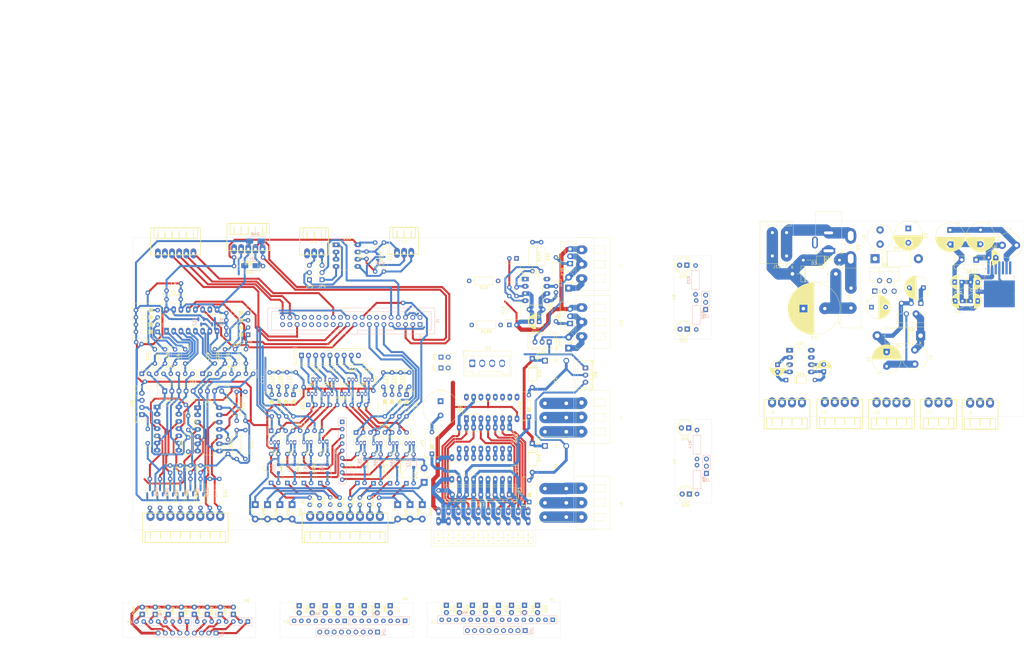
<source format=kicad_pcb>
(kicad_pcb
	(version 20240108)
	(generator "pcbnew")
	(generator_version "8.0")
	(general
		(thickness 1.6)
		(legacy_teardrops no)
	)
	(paper "A3")
	(layers
		(0 "F.Cu" signal)
		(31 "B.Cu" signal)
		(32 "B.Adhes" user "B.Adhesive")
		(33 "F.Adhes" user "F.Adhesive")
		(34 "B.Paste" user)
		(35 "F.Paste" user)
		(36 "B.SilkS" user "B.Silkscreen")
		(37 "F.SilkS" user "F.Silkscreen")
		(38 "B.Mask" user)
		(39 "F.Mask" user)
		(40 "Dwgs.User" user "User.Drawings")
		(41 "Cmts.User" user "User.Comments")
		(42 "Eco1.User" user "User.Eco1")
		(43 "Eco2.User" user "User.Eco2")
		(44 "Edge.Cuts" user)
		(45 "Margin" user)
		(46 "B.CrtYd" user "B.Courtyard")
		(47 "F.CrtYd" user "F.Courtyard")
		(48 "B.Fab" user)
		(49 "F.Fab" user)
		(50 "User.1" user)
		(51 "User.2" user)
		(52 "User.3" user)
		(53 "User.4" user)
		(54 "User.5" user)
		(55 "User.6" user)
		(56 "User.7" user)
		(57 "User.8" user)
		(58 "User.9" user)
	)
	(setup
		(pad_to_mask_clearance 0)
		(allow_soldermask_bridges_in_footprints no)
		(pcbplotparams
			(layerselection 0x00010fc_ffffffff)
			(plot_on_all_layers_selection 0x0000000_00000000)
			(disableapertmacros no)
			(usegerberextensions no)
			(usegerberattributes yes)
			(usegerberadvancedattributes yes)
			(creategerberjobfile yes)
			(dashed_line_dash_ratio 12.000000)
			(dashed_line_gap_ratio 3.000000)
			(svgprecision 4)
			(plotframeref no)
			(viasonmask no)
			(mode 1)
			(useauxorigin no)
			(hpglpennumber 1)
			(hpglpenspeed 20)
			(hpglpendiameter 15.000000)
			(pdf_front_fp_property_popups yes)
			(pdf_back_fp_property_popups yes)
			(dxfpolygonmode yes)
			(dxfimperialunits yes)
			(dxfusepcbnewfont yes)
			(psnegative no)
			(psa4output no)
			(plotreference yes)
			(plotvalue yes)
			(plotfptext yes)
			(plotinvisibletext no)
			(sketchpadsonfab no)
			(subtractmaskfromsilk no)
			(outputformat 1)
			(mirror no)
			(drillshape 1)
			(scaleselection 1)
			(outputdirectory "")
		)
	)
	(net 0 "")
	(net 1 "+5V")
	(net 2 "/Buzzer")
	(net 3 "+24V filtered")
	(net 4 "GND")
	(net 5 "+3V3")
	(net 6 "/ADC_CH3")
	(net 7 "/ADC_CH1")
	(net 8 "+12V")
	(net 9 "Net-(D6-K)")
	(net 10 "Net-(U1-BOOT)")
	(net 11 "/Dig-IN_1")
	(net 12 "Net-(U11-CAP+)")
	(net 13 "Net-(D14-K)")
	(net 14 "-5V")
	(net 15 "/ADC_CH5")
	(net 16 "/ADC_CH6")
	(net 17 "/ADC_CH0")
	(net 18 "/ADC_CH2")
	(net 19 "/ADC_CH7")
	(net 20 "/ADC_CH4")
	(net 21 "/Dig-IN_2")
	(net 22 "/Dig-IN_3")
	(net 23 "/Dig-IN_4")
	(net 24 "/Dig-IN_5")
	(net 25 "/Dig-IN_6")
	(net 26 "/Dig-IN_7")
	(net 27 "/Dig-IN_8")
	(net 28 "Net-(D1-K)")
	(net 29 "Net-(D2-K)")
	(net 30 "Net-(D5-K)")
	(net 31 "OUT_Digital_1_open-drain")
	(net 32 "Net-(U3C-+)")
	(net 33 "Net-(U3D-+)")
	(net 34 "IN_Analog_6 (0-20mA)")
	(net 35 "IN_Analog_7 (0-20mA)")
	(net 36 "Net-(U9B-+)")
	(net 37 "/OUT_PWM_1_diode")
	(net 38 "/OUT_PWM_2_diode")
	(net 39 "Net-(D34-A)")
	(net 40 "Net-(U9A-+)")
	(net 41 "OUT_Digital_2_open-drain")
	(net 42 "OUT_Digital_3_open-drain")
	(net 43 "OUT_Digital_4_open-drain")
	(net 44 "OUT_Digital_5_open-drain")
	(net 45 "Net-(U3A-+)")
	(net 46 "I2C_SDA")
	(net 47 "RS485_B")
	(net 48 "RS485_A")
	(net 49 "Net-(D50-A1)")
	(net 50 "Net-(D51-A)")
	(net 51 "Net-(D53-A1)")
	(net 52 "Net-(D54-A)")
	(net 53 "Net-(D56-A1)")
	(net 54 "Net-(D57-A)")
	(net 55 "Net-(D59-A1)")
	(net 56 "Net-(D60-A)")
	(net 57 "Net-(D62-A1)")
	(net 58 "Net-(D63-A)")
	(net 59 "Net-(D65-A1)")
	(net 60 "Net-(D66-A)")
	(net 61 "Net-(D68-A1)")
	(net 62 "Net-(D69-A)")
	(net 63 "Net-(D71-A1)")
	(net 64 "Net-(D72-A)")
	(net 65 "+BATT")
	(net 66 "unconnected-(J1-ID_SD{slash}GPIO0-Pad27)")
	(net 67 "/SPI_CE0_ADC")
	(net 68 "Net-(J1-3V3-Pad1)")
	(net 69 "/SPI0_miso_ADC")
	(net 70 "/UART_DIR-T")
	(net 71 "/SPI0_mosi_ADC")
	(net 72 "/SPI0_sclk_ADC")
	(net 73 "/UART_TX")
	(net 74 "/SPI1_miso_FREE")
	(net 75 "/SR-OUT_latch")
	(net 76 "/SPI1_mosi_FREE")
	(net 77 "/SR-OUT_clock")
	(net 78 "/SR-OUT_data")
	(net 79 "unconnected-(J1-ID_SC{slash}GPIO1-Pad28)")
	(net 80 "/SPI1_CE_FREE")
	(net 81 "/UART_RX")
	(net 82 "/OUT_PWM_2")
	(net 83 "/SPI1_sclk_FREE")
	(net 84 "/OUT_PWM_1")
	(net 85 "IN_Digital_8")
	(net 86 "IN_Digital_5")
	(net 87 "IN_Digital_2")
	(net 88 "IN_Digital_3")
	(net 89 "IN_Digital_4")
	(net 90 "IN_Digital_6")
	(net 91 "IN_Digital_7")
	(net 92 "IN_Digital_1")
	(net 93 "OUT_Digital_8")
	(net 94 "OUT_Digital_7_open-drain")
	(net 95 "OUT_Digital_2")
	(net 96 "OUT_Digital_4")
	(net 97 "OUT_Digital_5")
	(net 98 "OUT_Digital_6")
	(net 99 "OUT_Digital_3")
	(net 100 "OUT_Digital_7")
	(net 101 "OUT_Digital_8_open-drain")
	(net 102 "OUT_Digital_1")
	(net 103 "OUT_Digital_6_open-drain")
	(net 104 "Net-(J4-Pin_1)")
	(net 105 "Net-(J4-Pin_2)")
	(net 106 "Net-(J4-Pin_3)")
	(net 107 "OUT_Digital_COM_open-drain")
	(net 108 "Net-(J6-Pin_1)")
	(net 109 "Net-(J6-Pin_3)")
	(net 110 "Net-(J6-Pin_2)")
	(net 111 "IN_Analog_1 (0-3.3V)")
	(net 112 "IN_Analog_5 (0-24V)")
	(net 113 "IN_Analog_4 (0-12V)")
	(net 114 "IN_Analog_2 (0-5V)")
	(net 115 "IN_Analog_0 (0-3.3V)")
	(net 116 "IN_Analog_3 (0-5V)")
	(net 117 "Net-(Q1-G)")
	(net 118 "Net-(Q2-G)")
	(net 119 "Net-(Q2-D)")
	(net 120 "Net-(Q5-G)")
	(net 121 "Net-(C17-Pad1)")
	(net 122 "Net-(Q7-G)")
	(net 123 "Net-(Q7-D)")
	(net 124 "Net-(C29-Pad1)")
	(net 125 "Net-(Q9-G)")
	(net 126 "Net-(C30-Pad1)")
	(net 127 "Net-(Q10-G)")
	(net 128 "Net-(Q11-D)")
	(net 129 "Net-(Q11-G)")
	(net 130 "Net-(C31-Pad1)")
	(net 131 "Net-(Q13-G)")
	(net 132 "Net-(Q13-D)")
	(net 133 "Net-(C32-Pad1)")
	(net 134 "Net-(Q15-D)")
	(net 135 "Net-(Q15-G)")
	(net 136 "Net-(C33-Pad1)")
	(net 137 "Net-(Q17-G)")
	(net 138 "Net-(Q17-D)")
	(net 139 "Net-(C34-Pad1)")
	(net 140 "Net-(Q19-D)")
	(net 141 "Net-(Q19-G)")
	(net 142 "Net-(C35-Pad1)")
	(net 143 "Net-(U9C--)")
	(net 144 "Net-(U12-~{OUTA})")
	(net 145 "Net-(U12-~{OUTB})")
	(net 146 "Net-(U12-INB)")
	(net 147 "Net-(R33-Pad1)")
	(net 148 "Net-(U9D--)")
	(net 149 "Net-(U12-INA)")
	(net 150 "Net-(R108-Pad1)")
	(net 151 "unconnected-(U1-EN-Pad7)")
	(net 152 "unconnected-(U1-NC-Pad5)")
	(net 153 "unconnected-(U2-QH'-Pad9)")
	(net 154 "unconnected-(U11-OSC-Pad7)")
	(net 155 "unconnected-(U11-NC-Pad1)")
	(net 156 "unconnected-(U12-NC-Pad8)")
	(net 157 "unconnected-(U12-NC-Pad1)")
	(net 158 "Net-(U3B-+)")
	(net 159 "Net-(D45-K)")
	(net 160 "/LED_analog-CH6")
	(net 161 "/LED_analog-CH2")
	(net 162 "/LED_analog-CH7")
	(net 163 "/LED_analog-CH5")
	(net 164 "/LED_analog-CH0")
	(net 165 "/LED_analog-CH1")
	(net 166 "/LED_analog-CH3")
	(net 167 "/LED_analog-CH4")
	(net 168 "Net-(D10-K)")
	(net 169 "Net-(D7-A)")
	(net 170 "Net-(D8-A)")
	(net 171 "Net-(D10-A)")
	(net 172 "Net-(D15-A)")
	(net 173 "Net-(D17-A)")
	(net 174 "Net-(D23-A)")
	(net 175 "Net-(D26-A)")
	(net 176 "Net-(D27-A)")
	(net 177 "Net-(D82-K)")
	(net 178 "Net-(D82-A)")
	(net 179 "Net-(D83-K)")
	(net 180 "Net-(D84-K)")
	(net 181 "Net-(D85-K)")
	(net 182 "Net-(D86-K)")
	(net 183 "Net-(D87-K)")
	(net 184 "Net-(D88-K)")
	(net 185 "Net-(D89-K)")
	(net 186 "Net-(J25-Pin_8)")
	(net 187 "Net-(J25-Pin_5)")
	(net 188 "Net-(J25-Pin_7)")
	(net 189 "Net-(J25-Pin_2)")
	(net 190 "Net-(J25-Pin_6)")
	(net 191 "Net-(J25-Pin_1)")
	(net 192 "Net-(J25-Pin_4)")
	(net 193 "Net-(J25-Pin_3)")
	(net 194 "Net-(J27-Pin_4)")
	(net 195 "Net-(J27-Pin_8)")
	(net 196 "Net-(J27-Pin_1)")
	(net 197 "Net-(J27-Pin_5)")
	(net 198 "Net-(J27-Pin_6)")
	(net 199 "Net-(J27-Pin_7)")
	(net 200 "Net-(J27-Pin_3)")
	(net 201 "Net-(J27-Pin_2)")
	(net 202 "Net-(D20-A)")
	(net 203 "Net-(D20-K)")
	(net 204 "Net-(D30-K)")
	(net 205 "Net-(D37-K)")
	(net 206 "Net-(D40-K)")
	(net 207 "Net-(D41-K)")
	(net 208 "Net-(D42-K)")
	(net 209 "Net-(D43-K)")
	(net 210 "Net-(D44-K)")
	(net 211 "/LED_digital-out_2")
	(net 212 "/LED_digital-out_8")
	(net 213 "/LED_digital-out_6")
	(net 214 "/LED_digital-out_5")
	(net 215 "/LED_digital-out_4")
	(net 216 "/LED_digital-out_7")
	(net 217 "/LED_digital-out_1")
	(net 218 "/LED_digital-out_3")
	(net 219 "Net-(J23-Pin_1)")
	(net 220 "Net-(J23-Pin_5)")
	(net 221 "Net-(J23-Pin_3)")
	(net 222 "Net-(J23-Pin_2)")
	(net 223 "Net-(J23-Pin_8)")
	(net 224 "Net-(J23-Pin_7)")
	(net 225 "Net-(J23-Pin_4)")
	(net 226 "Net-(J23-Pin_6)")
	(net 227 "/LED_relay-1")
	(net 228 "/LED_PWM-1")
	(net 229 "/LED_PWM-2")
	(net 230 "Net-(D34-K)")
	(net 231 "/LED_relay-2")
	(net 232 "Net-(D52-K)")
	(net 233 "Net-(D52-A)")
	(net 234 "Net-(D55-K)")
	(net 235 "Net-(J30-Pin_3)")
	(net 236 "Net-(J30-Pin_2)")
	(net 237 "Net-(J31-Pin_3)")
	(net 238 "Net-(J31-Pin_2)")
	(net 239 "Net-(RN9-R2.2)")
	(net 240 "Net-(RN9-R8.2)")
	(net 241 "Net-(RN9-R7.2)")
	(net 242 "Net-(RN9-R5.2)")
	(net 243 "Net-(RN9-R1.2)")
	(net 244 "Net-(RN9-R6.2)")
	(net 245 "Net-(RN9-R3.2)")
	(net 246 "Net-(RN9-R4.2)")
	(net 247 "/DIP_EN-Filter-ADC3")
	(net 248 "/DIP_EN-Filter-ADC1")
	(net 249 "/DIP_EN-Filter-ADC5")
	(net 250 "/DIP_EN-Filter-ADC6")
	(net 251 "/DIP_EN-Filter-ADC0")
	(net 252 "/DIP_EN-Filter-ADC2")
	(net 253 "/DIP_EN-Filter-ADC7")
	(net 254 "/DIP_EN-Filter-ADC4")
	(net 255 "unconnected-(J3-Pin_6-Pad6)")
	(net 256 "unconnected-(J3-Pin_5-Pad5)")
	(net 257 "unconnected-(J19-Pin_4-Pad4)")
	(net 258 "unconnected-(J19-Pin_5-Pad5)")
	(net 259 "I2C_SCL")
	(net 260 "Net-(J10-Pin_2)")
	(net 261 "Net-(J10-Pin_1)")
	(net 262 "Net-(JP4-A)")
	(net 263 "Net-(JP5-A)")
	(net 264 "GNDPWR")
	(net 265 "Net-(JP6-A)")
	(footprint "Capacitor_THT:CP_Radial_D10.0mm_P5.00mm" (layer "F.Cu") (at 341.806 99.065177 -90))
	(footprint "Connector_JST:JST_XH_B9B-XH-A_1x09_P2.50mm_Vertical" (layer "F.Cu") (at 128.664 143.68515))
	(footprint "Resistor_THT:R_Axial_DIN0207_L6.3mm_D2.5mm_P2.54mm_Vertical" (layer "F.Cu") (at 151.511 109.728 90))
	(footprint "Button_Switch_THT:SW_DIP_SPSTx04_Slide_9.78x12.34mm_W7.62mm_P2.54mm" (layer "F.Cu") (at 78.1495 135.389 180))
	(footprint "Package_TO_SOT_THT:TO-92_Inline" (layer "F.Cu") (at 131.1235 157.21105))
	(footprint "Package_DIP:DIP-4_W10.16mm" (layer "F.Cu") (at 201.671 132.969 90))
	(footprint "Button_Switch_THT:SW_DIP_SPSTx01_Slide_9.78x4.72mm_W7.62mm_P2.54mm" (layer "F.Cu") (at 174.498 178.2655 90))
	(footprint "Capacitor_THT:CP_Radial_D5.0mm_P2.50mm" (layer "F.Cu") (at 212.152113 131.826 180))
	(footprint "Relay_THT:Relay_SPDT_Omron_G2RL-1-E" (layer "F.Cu") (at 214.182 145.522))
	(footprint "Resistor_THT:R_Axial_DIN0207_L6.3mm_D2.5mm_P10.16mm_Horizontal" (layer "F.Cu") (at 99.822 187.0877 -90))
	(footprint "LED_THT:LED_D3.0mm_IRGrey" (layer "F.Cu") (at 91.02905 234.6843 90))
	(footprint "LED_THT:LED_D3.0mm_IRGrey" (layer "F.Cu") (at 127.85905 231.6313 -90))
	(footprint "Capacitor_THT:CP_Radial_D8.0mm_P5.00mm" (layer "F.Cu") (at 347.129651 119.8585 180))
	(footprint "Diode_THT:D_DO-201AD_P15.24mm_Horizontal" (layer "F.Cu") (at 330.122 109.687854))
	(footprint "Package_DIP:DIP-8_W7.62mm_LongPads"
		(layer "F.Cu")
		(uuid "0a190fd7-2dbf-4d42-bf26-6ca23693d527")
		(at 140.828 104.785)
		(descr "8-lead though-hole mounted DIP package, row spacing 7.62 mm (300 mils), LongPads")
		(tags "THT DIP DIL PDIP 2.54mm 7.62mm 300mil LongPads")
		(property "Reference" "U16"
			(at 3.81 -2.33 0)
			(layer "F.SilkS")
			(uuid "774d4eee-02fd-40fc-9307-dc87ff5b3d17")
			(effects
				(font
					(size 1 1)
					(thickness 0.15)
				)
			)
		)
		(property "Value" "MAX3483"
			(at 3.81 9.95 0)
			(layer "F.Fab")
			(uuid "0a8e769d-8d10-463f-b6d0-98d39dfd4189")
			(effects
				(font
					(size 1 1)
					(thickness 0.15)
				)
			)
		)
		(prop
... [1929944 chars truncated]
</source>
